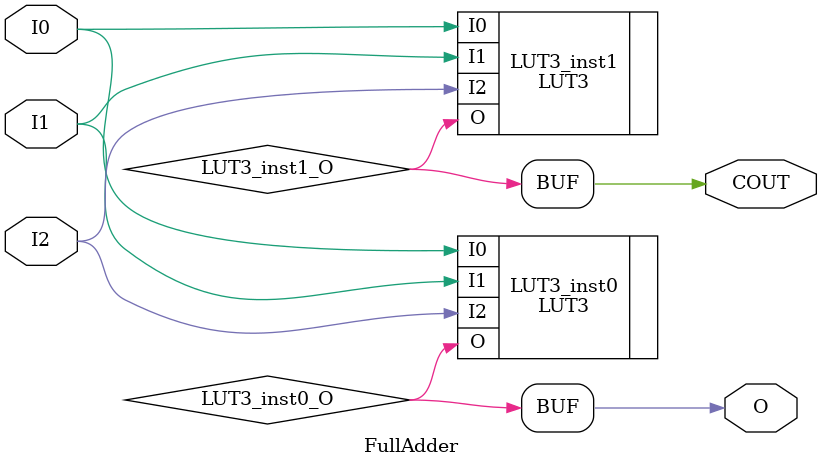
<source format=v>
module FullAdder (input  I0, input  I1, input  I2, output  O, output  COUT);
wire  LUT3_inst0_O;
wire  LUT3_inst1_O;
LUT3 #(.INIT(8'h96)) LUT3_inst0 (.I0(I0), .I1(I1), .I2(I2), .O(LUT3_inst0_O));
LUT3 #(.INIT(8'hE8)) LUT3_inst1 (.I0(I0), .I1(I1), .I2(I2), .O(LUT3_inst1_O));
assign O = LUT3_inst0_O;
assign COUT = LUT3_inst1_O;
endmodule


</source>
